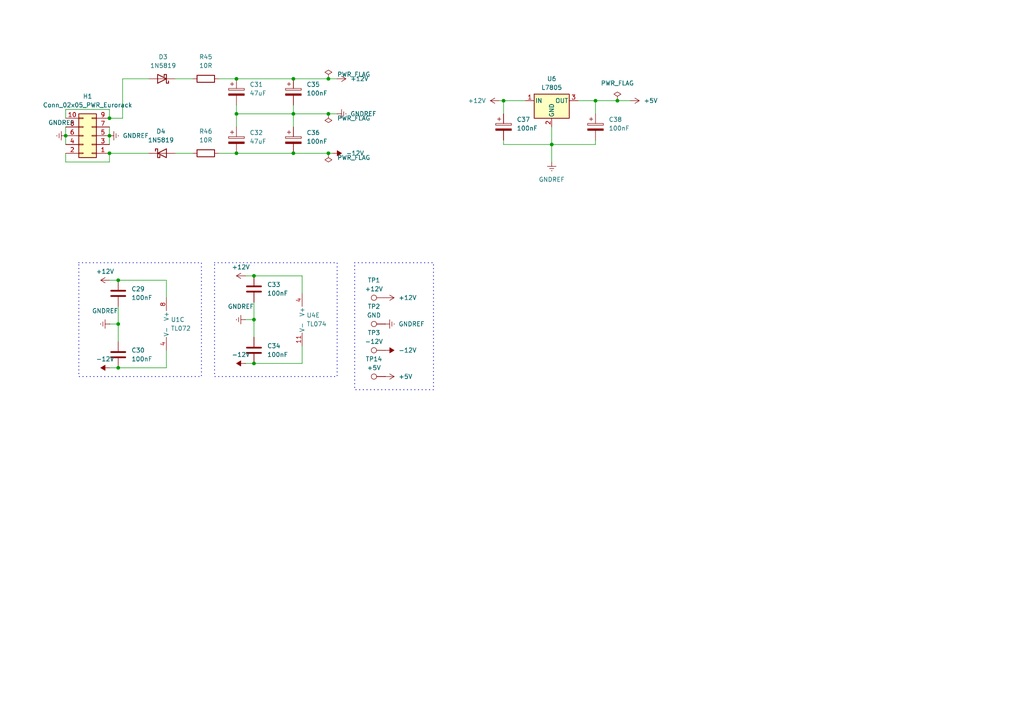
<source format=kicad_sch>
(kicad_sch (version 20231120) (generator "eeschema") (generator_version "8.0")
  (paper "A4")
  (lib_symbols
    (symbol "Amplifier_Operational:TL072" (pin_names (offset 0.127))
      (property "Reference" "U" (at 0 5.08 0))
      (property "Value" "TL072" (at 0 -5.08 0))
      (symbol "TL072_1_1"
        (polyline (pts (xy -5.08 5.08) (xy 5.08 0) (xy -5.08 -5.08) (xy -5.08 5.08)) (stroke (width 0.254)) (fill (type background)))
        (pin output line (at 7.62 0 180) (length 2.54) (name "~") (number "1"))
        (pin input line (at -7.62 -2.54 0) (length 2.54) (name "-") (number "2"))
        (pin input line (at -7.62 2.54 0) (length 2.54) (name "+") (number "3"))
      )
      (symbol "TL072_2_1"
        (polyline (pts (xy -5.08 5.08) (xy 5.08 0) (xy -5.08 -5.08) (xy -5.08 5.08)) (stroke (width 0.254)) (fill (type background)))
        (pin input line (at -7.62 2.54 0) (length 2.54) (name "+") (number "5"))
        (pin input line (at -7.62 -2.54 0) (length 2.54) (name "-") (number "6"))
        (pin output line (at 7.62 0 180) (length 2.54) (name "~") (number "7"))
      )
      (symbol "TL072_3_1"
        (pin power_in line (at -2.54 -7.62 90) (length 3.81) (name "V-") (number "4"))
        (pin power_in line (at -2.54 7.62 270) (length 3.81) (name "V+") (number "8"))
      )
    )
    (symbol "Amplifier_Operational:TL074" (pin_names (offset 0.127))
      (property "Reference" "U" (at 0 5.08 0))
      (property "Value" "TL074" (at 0 -5.08 0))
      (symbol "TL074_1_1"
        (polyline (pts (xy -5.08 5.08) (xy 5.08 0) (xy -5.08 -5.08) (xy -5.08 5.08)) (stroke (width 0.254)) (fill (type background)))
        (pin output line (at 7.62 0 180) (length 2.54) (name "~") (number "1"))
        (pin input line (at -7.62 -2.54 0) (length 2.54) (name "-") (number "2"))
        (pin input line (at -7.62 2.54 0) (length 2.54) (name "+") (number "3"))
      )
      (symbol "TL074_2_1"
        (polyline (pts (xy -5.08 5.08) (xy 5.08 0) (xy -5.08 -5.08) (xy -5.08 5.08)) (stroke (width 0.254)) (fill (type background)))
        (pin input line (at -7.62 2.54 0) (length 2.54) (name "+") (number "5"))
        (pin input line (at -7.62 -2.54 0) (length 2.54) (name "-") (number "6"))
        (pin output line (at 7.62 0 180) (length 2.54) (name "~") (number "7"))
      )
      (symbol "TL074_3_1"
        (polyline (pts (xy -5.08 5.08) (xy 5.08 0) (xy -5.08 -5.08) (xy -5.08 5.08)) (stroke (width 0.254)) (fill (type background)))
        (pin input line (at -7.62 2.54 0) (length 2.54) (name "+") (number "10"))
        (pin output line (at 7.62 0 180) (length 2.54) (name "~") (number "8"))
        (pin input line (at -7.62 -2.54 0) (length 2.54) (name "-") (number "9"))
      )
      (symbol "TL074_4_1"
        (polyline (pts (xy -5.08 5.08) (xy 5.08 0) (xy -5.08 -5.08) (xy -5.08 5.08)) (stroke (width 0.254)) (fill (type background)))
        (pin input line (at -7.62 2.54 0) (length 2.54) (name "+") (number "12"))
        (pin input line (at -7.62 -2.54 0) (length 2.54) (name "-") (number "13"))
        (pin output line (at 7.62 0 180) (length 2.54) (name "~") (number "14"))
      )
      (symbol "TL074_5_1"
        (pin power_in line (at -2.54 -7.62 90) (length 3.81) (name "V-") (number "11"))
        (pin power_in line (at -2.54 7.62 270) (length 3.81) (name "V+") (number "4"))
      )
    )
    (symbol "Connector:TestPoint" (pin_numbers hide) (pin_names (offset 0.762) hide)
      (property "Reference" "TP" (at 0 6.858 0))
      (property "Value" "TestPoint" (at 0 5.08 0))
      (symbol "TestPoint_0_1"
        (circle (center 0 3.302) (radius 0.762))
      )
      (symbol "TestPoint_1_1"
        (pin passive line (at 0 0 90) (length 2.54) (name "1") (number "1"))
      )
    )
    (symbol "Device:C" (pin_numbers hide) (pin_names (offset 0.254))
      (property "Reference" "C" (at 0.635 2.54 0))
      (property "Value" "C" (at 0.635 -2.54 0))
      (symbol "C_0_1"
        (polyline (pts (xy -2.032 -0.762) (xy 2.032 -0.762)) (stroke (width 0.508)))
        (polyline (pts (xy -2.032 0.762) (xy 2.032 0.762)) (stroke (width 0.508)))
      )
      (symbol "C_1_1"
        (pin passive line (at 0 3.81 270) (length 2.794) (name "~") (number "1"))
        (pin passive line (at 0 -3.81 90) (length 2.794) (name "~") (number "2"))
      )
    )
    (symbol "Device:C_Polarized" (pin_numbers hide) (pin_names (offset 0.254))
      (property "Reference" "C" (at 0.635 2.54 0))
      (property "Value" "C_Polarized" (at 0.635 -2.54 0))
      (symbol "C_Polarized_0_1"
        (rectangle (start -2.286 0.508) (end 2.286 1.016))
        (polyline (pts (xy -1.778 2.286) (xy -0.762 2.286)))
        (polyline (pts (xy -1.27 2.794) (xy -1.27 1.778)))
        (rectangle (start 2.286 -0.508) (end -2.286 -1.016) (fill (type outline)))
      )
      (symbol "C_Polarized_1_1"
        (pin passive line (at 0 3.81 270) (length 2.794) (name "~") (number "1"))
        (pin passive line (at 0 -3.81 90) (length 2.794) (name "~") (number "2"))
      )
    )
    (symbol "Device:R" (pin_numbers hide) (pin_names (offset 0))
      (property "Reference" "R" (at 2.032 0 90))
      (property "Value" "R" (at 0 0 90))
      (symbol "R_0_1"
        (rectangle (start -1.016 -2.54) (end 1.016 2.54) (stroke (width 0.254)))
      )
      (symbol "R_1_1"
        (pin passive line (at 0 3.81 270) (length 1.27) (name "~") (number "1"))
        (pin passive line (at 0 -3.81 90) (length 1.27) (name "~") (number "2"))
      )
    )
    (symbol "Diode:1N5817" (pin_numbers hide) (pin_names (offset 1.016) hide)
      (property "Reference" "D" (at 0 2.54 0))
      (property "Value" "1N5817" (at 0 -2.54 0))
      (symbol "1N5817_0_1"
        (polyline (pts (xy 1.27 0) (xy -1.27 0)))
        (polyline (pts (xy 1.27 1.27) (xy 1.27 -1.27) (xy -1.27 0) (xy 1.27 1.27)) (stroke (width 0.254)))
        (polyline (pts (xy -1.905 0.635) (xy -1.905 1.27) (xy -1.27 1.27) (xy -1.27 -1.27) (xy -0.635 -1.27) (xy -0.635 -0.635)) (stroke (width 0.254)))
      )
      (symbol "1N5817_1_1"
        (pin passive line (at -3.81 0 0) (length 2.54) (name "K") (number "1"))
        (pin passive line (at 3.81 0 180) (length 2.54) (name "A") (number "2"))
      )
    )
    (symbol "Regulator_Linear:L7805" (pin_names (offset 0.254))
      (property "Reference" "U" (at -3.81 3.175 0))
      (property "Value" "L7805" (at 0 3.175 0))
      (symbol "L7805_0_1"
        (rectangle (start -5.08 1.905) (end 5.08 -5.08) (stroke (width 0.254)) (fill (type background)))
      )
      (symbol "L7805_1_1"
        (pin power_in line (at -7.62 0 0) (length 2.54) (name "IN") (number "1"))
        (pin power_in line (at 0 -7.62 90) (length 2.54) (name "GND") (number "2"))
        (pin power_out line (at 7.62 0 180) (length 2.54) (name "OUT") (number "3"))
      )
    )
    (symbol "power:+12V" (power) (pin_numbers hide) (pin_names (offset 0) hide)
      (property "Value" "+12V" (at 0 3.556 0))
      (symbol "+12V_0_1"
        (polyline (pts (xy -0.762 1.27) (xy 0 2.54)))
        (polyline (pts (xy 0 0) (xy 0 2.54)))
        (polyline (pts (xy 0 2.54) (xy 0.762 1.27)))
      )
      (symbol "+12V_1_1"
        (pin power_in line (at 0 0 90) (length 0) (name "~") (number "1"))
      )
    )
    (symbol "power:+5V" (power) (pin_numbers hide) (pin_names (offset 0) hide)
      (property "Value" "+5V" (at 0 3.556 0))
      (symbol "+5V_0_1"
        (polyline (pts (xy -0.762 1.27) (xy 0 2.54)))
        (polyline (pts (xy 0 0) (xy 0 2.54)))
        (polyline (pts (xy 0 2.54) (xy 0.762 1.27)))
      )
      (symbol "+5V_1_1"
        (pin power_in line (at 0 0 90) (length 0) (name "~") (number "1"))
      )
    )
    (symbol "power:-12V" (power) (pin_numbers hide) (pin_names (offset 0) hide)
      (property "Value" "-12V" (at 0 3.556 0))
      (symbol "-12V_0_0"
        (pin power_in line (at 0 0 90) (length 0) (name "~") (number "1"))
      )
      (symbol "-12V_0_1"
        (polyline (pts (xy 0 0) (xy 0 1.27) (xy 0.762 1.27) (xy 0 2.54) (xy -0.762 1.27) (xy 0 1.27)) (fill (type outline)))
      )
    )
    (symbol "power:GNDREF" (power) (pin_numbers hide) (pin_names (offset 0) hide)
      (property "Value" "GNDREF" (at 0 -3.81 0))
      (symbol "GNDREF_0_1"
        (polyline (pts (xy -0.635 -1.905) (xy 0.635 -1.905)))
        (polyline (pts (xy -0.127 -2.54) (xy 0.127 -2.54)))
        (polyline (pts (xy 0 -1.27) (xy 0 0)))
        (polyline (pts (xy 1.27 -1.27) (xy -1.27 -1.27)))
      )
      (symbol "GNDREF_1_1"
        (pin power_in line (at 0 0 270) (length 0) (name "~") (number "1"))
      )
    )
    (symbol "power:PWR_FLAG" (power) (pin_numbers hide) (pin_names (offset 0) hide)
      (property "Value" "PWR_FLAG" (at 0 3.81 0))
      (symbol "PWR_FLAG_0_0"
        (pin power_out line (at 0 0 90) (length 0) (name "~") (number "1"))
      )
      (symbol "PWR_FLAG_0_1"
        (polyline (pts (xy 0 0) (xy 0 1.27) (xy -1.016 1.905) (xy 0 2.54) (xy 1.016 1.905) (xy 0 1.27)))
      )
    )
    (symbol "synth:Conn_02x05_EuroRack_Power" (pin_names (offset 1.016) hide)
      (property "Reference" "H13" (at 0 -11.43 0))
      (property "Value" "Conn_02x05_PWR_Eurorack" (at 0 -8.89 0))
      (symbol "Conn_02x05_EuroRack_Power_1_1"
        (rectangle (start -2.54 -4.953) (end -1.27 -5.207) (stroke (width 0.1524)))
        (rectangle (start -2.54 -2.413) (end -1.27 -2.667) (stroke (width 0.1524)))
        (rectangle (start -2.54 0.127) (end -1.27 -0.127) (stroke (width 0.1524)))
        (rectangle (start -2.54 2.667) (end -1.27 2.413) (stroke (width 0.1524)))
        (rectangle (start -2.54 5.207) (end -1.27 4.953) (stroke (width 0.1524)))
        (rectangle (start -2.54 6.35) (end 2.54 -6.35) (stroke (width 0.254)) (fill (type background)))
        (rectangle (start 2.54 -4.953) (end 1.27 -5.207) (stroke (width 0.1524)))
        (rectangle (start 2.54 -2.413) (end 1.27 -2.667) (stroke (width 0.1524)))
        (rectangle (start 2.54 0.127) (end 1.27 -0.127) (stroke (width 0.1524)))
        (rectangle (start 2.54 2.667) (end 1.27 2.413) (stroke (width 0.1524)))
        (rectangle (start 2.54 5.207) (end 1.27 4.953) (stroke (width 0.1524)))
        (pin passive line (at -6.35 5.08 0) (length 3.81) (name "Pin_1") (number "1"))
        (pin passive line (at 6.35 -5.08 180) (length 3.81) (name "Pin_10") (number "10"))
        (pin passive line (at 6.35 5.08 180) (length 3.81) (name "Pin_2") (number "2"))
        (pin passive line (at -6.35 2.54 0) (length 3.81) (name "Pin_3") (number "3"))
        (pin passive line (at 6.35 2.54 180) (length 3.81) (name "Pin_4") (number "4"))
        (pin passive line (at -6.35 0 0) (length 3.81) (name "Pin_5") (number "5"))
        (pin passive line (at 6.35 0 180) (length 3.81) (name "Pin_6") (number "6"))
        (pin passive line (at -6.35 -2.54 0) (length 3.81) (name "Pin_7") (number "7"))
        (pin passive line (at 6.35 -2.54 180) (length 3.81) (name "Pin_8") (number "8"))
        (pin passive line (at -6.35 -5.08 0) (length 3.81) (name "Pin_9") (number "9"))
      )
    )
  )
  (junction (at 95.25 44.45))
  (junction (at 31.75 34.29))
  (junction (at 68.58 44.45))
  (junction (at 34.29 106.68))
  (junction (at 73.66 105.41))
  (junction (at 31.75 39.37))
  (junction (at 95.25 33.02))
  (junction (at 85.09 44.45))
  (junction (at 19.05 39.37))
  (junction (at 160.02 41.91))
  (junction (at 34.29 81.28))
  (junction (at 68.58 22.86))
  (junction (at 85.09 22.86))
  (junction (at 95.25 22.86))
  (junction (at 34.29 93.98))
  (junction (at 146.05 29.21))
  (junction (at 68.58 33.02))
  (junction (at 85.09 33.02))
  (junction (at 179.07 29.21))
  (junction (at 31.75 44.45))
  (junction (at 172.72 29.21))
  (junction (at 73.66 92.71))
  (junction (at 73.66 80.01))
  (wire (pts (xy 172.72 40.64) (xy 172.72 41.91)))
  (wire (pts (xy 71.12 105.41) (xy 73.66 105.41)))
  (wire (pts (xy 85.09 33.02) (xy 85.09 36.83)))
  (wire (pts (xy 19.05 31.75) (xy 19.05 34.29)))
  (wire (pts (xy 35.56 22.86) (xy 43.18 22.86)))
  (wire (pts (xy 48.26 81.28) (xy 48.26 86.36)))
  (wire (pts (xy 19.05 44.45) (xy 19.05 46.99)))
  (wire (pts (xy 31.75 106.68) (xy 34.29 106.68)))
  (wire (pts (xy 95.25 44.45) (xy 96.52 44.45)))
  (wire (pts (xy 34.29 106.68) (xy 48.26 106.68)))
  (wire (pts (xy 31.75 44.45) (xy 43.18 44.45)))
  (wire (pts (xy 63.5 22.86) (xy 68.58 22.86)))
  (wire (pts (xy 85.09 44.45) (xy 95.25 44.45)))
  (wire (pts (xy 73.66 92.71) (xy 73.66 97.79)))
  (wire (pts (xy 68.58 22.86) (xy 85.09 22.86)))
  (wire (pts (xy 34.29 93.98) (xy 34.29 99.06)))
  (wire (pts (xy 34.29 88.9) (xy 34.29 93.98)))
  (wire (pts (xy 31.75 31.75) (xy 19.05 31.75)))
  (wire (pts (xy 19.05 36.83) (xy 19.05 39.37)))
  (wire (pts (xy 68.58 30.48) (xy 68.58 33.02)))
  (wire (pts (xy 85.09 30.48) (xy 85.09 33.02)))
  (wire (pts (xy 146.05 41.91) (xy 146.05 40.64)))
  (wire (pts (xy 85.09 33.02) (xy 95.25 33.02)))
  (wire (pts (xy 35.56 22.86) (xy 35.56 34.29)))
  (wire (pts (xy 68.58 33.02) (xy 85.09 33.02)))
  (wire (pts (xy 73.66 92.71) (xy 71.12 92.71)))
  (wire (pts (xy 63.5 44.45) (xy 68.58 44.45)))
  (wire (pts (xy 73.66 87.63) (xy 73.66 92.71)))
  (wire (pts (xy 95.25 33.02) (xy 97.79 33.02)))
  (wire (pts (xy 146.05 29.21) (xy 152.4 29.21)))
  (wire (pts (xy 172.72 29.21) (xy 167.64 29.21)))
  (wire (pts (xy 179.07 29.21) (xy 182.88 29.21)))
  (wire (pts (xy 31.75 36.83) (xy 31.75 39.37)))
  (wire (pts (xy 160.02 36.83) (xy 160.02 41.91)))
  (wire (pts (xy 19.05 46.99) (xy 31.75 46.99)))
  (wire (pts (xy 179.07 29.21) (xy 172.72 29.21)))
  (wire (pts (xy 95.25 22.86) (xy 97.79 22.86)))
  (wire (pts (xy 31.75 81.28) (xy 34.29 81.28)))
  (wire (pts (xy 85.09 22.86) (xy 95.25 22.86)))
  (wire (pts (xy 160.02 46.99) (xy 160.02 41.91)))
  (wire (pts (xy 34.29 81.28) (xy 48.26 81.28)))
  (wire (pts (xy 71.12 80.01) (xy 73.66 80.01)))
  (wire (pts (xy 144.78 29.21) (xy 146.05 29.21)))
  (wire (pts (xy 31.75 46.99) (xy 31.75 44.45)))
  (wire (pts (xy 172.72 33.02) (xy 172.72 29.21)))
  (wire (pts (xy 31.75 34.29) (xy 31.75 31.75)))
  (wire (pts (xy 34.29 93.98) (xy 31.75 93.98)))
  (wire (pts (xy 87.63 100.33) (xy 87.63 105.41)))
  (wire (pts (xy 50.8 44.45) (xy 55.88 44.45)))
  (wire (pts (xy 146.05 41.91) (xy 160.02 41.91)))
  (wire (pts (xy 50.8 22.86) (xy 55.88 22.86)))
  (wire (pts (xy 35.56 34.29) (xy 31.75 34.29)))
  (wire (pts (xy 68.58 33.02) (xy 68.58 36.83)))
  (wire (pts (xy 160.02 41.91) (xy 172.72 41.91)))
  (wire (pts (xy 73.66 80.01) (xy 87.63 80.01)))
  (wire (pts (xy 73.66 105.41) (xy 87.63 105.41)))
  (wire (pts (xy 19.05 39.37) (xy 19.05 41.91)))
  (wire (pts (xy 87.63 80.01) (xy 87.63 85.09)))
  (wire (pts (xy 68.58 44.45) (xy 85.09 44.45)))
  (wire (pts (xy 48.26 101.6) (xy 48.26 106.68)))
  (wire (pts (xy 146.05 33.02) (xy 146.05 29.21)))
  (wire (pts (xy 31.75 39.37) (xy 31.75 41.91)))
  (rectangle (start 102.87 76.2) (end 125.73 113.03) (stroke (width 0.254) (type dot)))
  (rectangle (start 22.86 76.2) (end 58.42 109.22) (stroke (width 0.25) (type dot)))
  (rectangle (start 62.23 76.2) (end 97.79 109.22) (stroke (width 0.25) (type dot)))
  (symbol (lib_id "power:PWR_FLAG") (at 179.07 29.21 0) (unit 1)
    (property "Reference" "#FLG04" (effects (hide yes)))
    (property "Value" "PWR_FLAG" (at 179.07 24.13 0))
    (property "Description" "Special symbol for telling ERC where power comes from" (effects (hide yes)))
  )
  (symbol (lib_id "Device:C_Polarized") (at 68.58 26.67 0) (unit 1)
    (property "Reference" "C31" (at 72.39 24.5109 0) (effects (justify left)))
    (property "Value" "47uF" (at 72.39 27.0509 0) (effects (justify left)))
    (property "Footprint" "Capacitor_THT:CP_Radial_D6.3mm_P2.50mm" (effects (hide yes)))
    (property "Description" "Polarized capacitor" (effects (hide yes)))
  )
  (symbol (lib_id "Device:C") (at 34.29 102.87 0) (unit 1)
    (property "Reference" "C30" (at 38.1 101.5999 0) (effects (justify left)))
    (property "Value" "100nF" (at 38.1 104.1399 0) (effects (justify left)))
    (property "Footprint" "Capacitor_SMD:C_0805_2012Metric_Pad1.18x1.45mm_HandSolder" (effects (hide yes)))
    (property "Description" "Unpolarized capacitor" (effects (hide yes)))
  )
  (symbol (lib_id "power:-12V") (at 96.52 44.45 270) (unit 1)
    (property "Reference" "#PWR042" (effects (hide yes)))
    (property "Value" "-12V" (at 100.33 44.4499 90) (effects (justify left)))
    (property "Description" "Power symbol creates a global label with name \"-12V\"" (effects (hide yes)))
  )
  (symbol (lib_id "power:PWR_FLAG") (at 95.25 33.02 180) (unit 1) (exclude_from_sim yes) (in_bom no)
    (property "Reference" "#FLG02" (effects (hide yes)))
    (property "Value" "PWR_FLAG" (at 97.79 34.2899 0) (effects (justify right)))
    (property "Description" "Special symbol for telling ERC where power comes from" (effects (hide yes)))
  )
  (symbol (lib_id "power:+12V") (at 97.79 22.86 270) (unit 1)
    (property "Reference" "#PWR043" (effects (hide yes)))
    (property "Value" "+12V" (at 101.6 22.8599 90) (effects (justify left)))
    (property "Description" "Power symbol creates a global label with name \"+12V\"" (effects (hide yes)))
  )
  (symbol (lib_id "power:-12V") (at 31.75 106.68 90) (unit 1)
    (property "Reference" "#PWR038" (effects (hide yes)))
    (property "Value" "-12V" (at 30.48 104.14 90))
    (property "Description" "Power symbol creates a global label with name \"-12V\"" (effects (hide yes)))
  )
  (symbol (lib_id "synth:Conn_02x05_EuroRack_Power") (at 25.4 39.37 180) (unit 1)
    (property "Reference" "H1" (at 25.4 27.94 0))
    (property "Value" "Conn_02x05_PWR_Eurorack" (at 25.4 30.48 0))
    (property "Footprint" "Synth:IDC-Header_2x05_P2.54mm_Vertical" (effects (hide yes)))
  )
  (symbol (lib_id "power:-12V") (at 71.12 105.41 90) (unit 1)
    (property "Reference" "#PWR041" (effects (hide yes)))
    (property "Value" "-12V" (at 69.85 102.87 90))
    (property "Description" "Power symbol creates a global label with name \"-12V\"" (effects (hide yes)))
  )
  (symbol (lib_id "power:+12V") (at 71.12 80.01 90) (unit 1)
    (property "Reference" "#PWR039" (effects (hide yes)))
    (property "Value" "+12V" (at 69.85 77.47 90))
    (property "Description" "Power symbol creates a global label with name \"+12V\"" (effects (hide yes)))
  )
  (symbol (lib_id "Device:C_Polarized") (at 172.72 36.83 0) (unit 1)
    (property "Reference" "C38" (at 176.53 34.6709 0) (effects (justify left)))
    (property "Value" "100nF" (at 176.53 37.2109 0) (effects (justify left)))
    (property "Footprint" "Capacitor_THT:CP_Radial_D4.0mm_P2.00mm" (effects (hide yes)))
    (property "Description" "Polarized capacitor" (effects (hide yes)))
  )
  (symbol (lib_id "power:GNDREF") (at 71.12 92.71 270) (unit 1)
    (property "Reference" "#PWR040" (effects (hide yes)))
    (property "Value" "GNDREF" (at 69.85 88.9 90))
    (property "Description" "Power symbol creates a global label with name \"GNDREF\" , reference supply ground" (effects (hide yes)))
  )
  (symbol (lib_id "Regulator_Linear:L7805") (at 160.02 29.21 0) (unit 1)
    (property "Reference" "U6" (at 160.02 22.86 0))
    (property "Value" "L7805" (at 160.02 25.4 0))
    (property "Footprint" "Package_TO_SOT_SMD:SOT-89-3_Handsoldering" (effects (hide yes)))
    (property "Datasheet" "http://www.st.com/content/ccc/resource/technical/document/datasheet/41/4f/b3/b0/12/d4/47/88/CD00000444.pdf/files/CD00000444.pdf/jcr:content/translations/en.CD00000444.pdf" (effects (hide yes)))
    (property "Description" "Positive 1.5A 35V Linear Regulator, Fixed Output 5V, TO-220/TO-263/TO-252" (effects (hide yes)))
  )
  (symbol (lib_id "power:+12V") (at 111.76 86.36 270) (unit 1)
    (property "Reference" "#PWR045" (effects (hide yes)))
    (property "Value" "+12V" (at 115.57 86.3599 90) (effects (justify left)))
    (property "Description" "Power symbol creates a global label with name \"+12V\"" (effects (hide yes)))
  )
  (symbol (lib_id "Device:C") (at 34.29 85.09 0) (unit 1)
    (property "Reference" "C29" (at 38.1 83.8199 0) (effects (justify left)))
    (property "Value" "100nF" (at 38.1 86.3599 0) (effects (justify left)))
    (property "Footprint" "Capacitor_SMD:C_0805_2012Metric_Pad1.18x1.45mm_HandSolder" (effects (hide yes)))
    (property "Description" "Unpolarized capacitor" (effects (hide yes)))
  )
  (symbol (lib_id "power:-12V") (at 111.76 101.6 270) (unit 1)
    (property "Reference" "#PWR047" (effects (hide yes)))
    (property "Value" "-12V" (at 115.57 101.5999 90) (effects (justify left)))
    (property "Description" "Power symbol creates a global label with name \"-12V\"" (effects (hide yes)))
  )
  (symbol (lib_id "power:GNDREF") (at 31.75 93.98 270) (unit 1)
    (property "Reference" "#PWR037" (effects (hide yes)))
    (property "Value" "GNDREF" (at 30.48 90.17 90))
    (property "Description" "Power symbol creates a global label with name \"GNDREF\" , reference supply ground" (effects (hide yes)))
  )
  (symbol (lib_id "power:GNDREF") (at 19.05 39.37 270) (unit 1)
    (property "Reference" "#PWR034" (effects (hide yes)))
    (property "Value" "GNDREF" (at 17.78 35.56 90))
    (property "Description" "Power symbol creates a global label with name \"GNDREF\" , reference supply ground" (effects (hide yes)))
  )
  (symbol (lib_id "Connector:TestPoint") (at 111.76 101.6 90) (unit 1) (in_bom no)
    (property "Reference" "TP3" (at 108.458 96.52 90))
    (property "Value" "-12V" (at 108.458 99.06 90))
    (property "Footprint" "Connector_Pin:Pin_D1.0mm_L10.0mm" (effects (hide yes)))
    (property "Description" "test point" (effects (hide yes)))
  )
  (symbol (lib_id "Device:C") (at 73.66 101.6 0) (unit 1)
    (property "Reference" "C34" (at 77.47 100.3299 0) (effects (justify left)))
    (property "Value" "100nF" (at 77.47 102.8699 0) (effects (justify left)))
    (property "Footprint" "Capacitor_SMD:C_0805_2012Metric_Pad1.18x1.45mm_HandSolder" (effects (hide yes)))
    (property "Description" "Unpolarized capacitor" (effects (hide yes)))
  )
  (symbol (lib_id "power:GNDREF") (at 97.79 33.02 90) (unit 1)
    (property "Reference" "#PWR044" (effects (hide yes)))
    (property "Value" "GNDREF" (at 101.6 33.0199 90) (effects (justify right)))
    (property "Description" "Power symbol creates a global label with name \"GNDREF\" , reference supply ground" (effects (hide yes)))
  )
  (symbol (lib_id "power:PWR_FLAG") (at 95.25 22.86 0) (unit 1) (exclude_from_sim yes) (in_bom no)
    (property "Reference" "#FLG01" (effects (hide yes)))
    (property "Value" "PWR_FLAG" (at 97.79 21.5899 0) (effects (justify left)))
    (property "Description" "Special symbol for telling ERC where power comes from" (effects (hide yes)))
  )
  (symbol (lib_id "Amplifier_Operational:TL074") (at 90.17 92.71 0) (unit 5)
    (property "Reference" "U4" (at 88.9 91.4399 0) (effects (justify left)))
    (property "Value" "TL074" (at 88.9 93.9799 0) (effects (justify left)))
    (property "Footprint" "Synth:SOIC-14" (effects (hide yes)))
    (property "Datasheet" "http://www.ti.com/lit/ds/symlink/tl071.pdf" (effects (hide yes)))
    (property "Description" "Quad Low-Noise JFET-Input Operational Amplifiers, DIP-14/SOIC-14" (effects (hide yes)))
  )
  (symbol (lib_id "Connector:TestPoint") (at 111.76 109.22 90) (unit 1) (in_bom no)
    (property "Reference" "TP14" (at 108.458 104.14 90))
    (property "Value" "+5V" (at 108.458 106.68 90))
    (property "Footprint" "Connector_Pin:Pin_D1.0mm_L10.0mm" (effects (hide yes)))
    (property "Description" "test point" (effects (hide yes)))
  )
  (symbol (lib_id "Device:C_Polarized") (at 85.09 40.64 0) (unit 1)
    (property "Reference" "C36" (at 88.9 38.4809 0) (effects (justify left)))
    (property "Value" "100nF" (at 88.9 41.0209 0) (effects (justify left)))
    (property "Footprint" "Capacitor_THT:CP_Radial_D4.0mm_P2.00mm" (effects (hide yes)))
    (property "Description" "Polarized capacitor" (effects (hide yes)))
  )
  (symbol (lib_id "Connector:TestPoint") (at 111.76 93.98 90) (unit 1) (in_bom no)
    (property "Reference" "TP2" (at 108.458 88.9 90))
    (property "Value" "GND" (at 108.458 91.44 90))
    (property "Footprint" "Connector_Pin:Pin_D1.0mm_L10.0mm" (effects (hide yes)))
    (property "Description" "test point" (effects (hide yes)))
  )
  (symbol (lib_id "power:GNDREF") (at 31.75 39.37 90) (unit 1)
    (property "Reference" "#PWR035" (effects (hide yes)))
    (property "Value" "GNDREF" (at 35.56 39.3699 90) (effects (justify right)))
    (property "Description" "Power symbol creates a global label with name \"GNDREF\" , reference supply ground" (effects (hide yes)))
  )
  (symbol (lib_id "power:+5V") (at 111.76 109.22 270) (unit 1)
    (property "Reference" "#PWR067" (effects (hide yes)))
    (property "Value" "+5V" (at 115.57 109.2199 90) (effects (justify left)))
    (property "Description" "Power symbol creates a global label with name \"+5V\"" (effects (hide yes)))
  )
  (symbol (lib_id "Device:C_Polarized") (at 68.58 40.64 0) (unit 1)
    (property "Reference" "C32" (at 72.39 38.4809 0) (effects (justify left)))
    (property "Value" "47uF" (at 72.39 41.0209 0) (effects (justify left)))
    (property "Footprint" "Capacitor_THT:CP_Radial_D6.3mm_P2.50mm" (effects (hide yes)))
    (property "Description" "Polarized capacitor" (effects (hide yes)))
  )
  (symbol (lib_id "power:+12V") (at 31.75 81.28 90) (unit 1)
    (property "Reference" "#PWR036" (effects (hide yes)))
    (property "Value" "+12V" (at 30.48 78.74 90))
    (property "Description" "Power symbol creates a global label with name \"+12V\"" (effects (hide yes)))
  )
  (symbol (lib_id "Device:C") (at 73.66 83.82 0) (unit 1)
    (property "Reference" "C33" (at 77.47 82.5499 0) (effects (justify left)))
    (property "Value" "100nF" (at 77.47 85.0899 0) (effects (justify left)))
    (property "Footprint" "Capacitor_SMD:C_0805_2012Metric_Pad1.18x1.45mm_HandSolder" (effects (hide yes)))
    (property "Description" "Unpolarized capacitor" (effects (hide yes)))
  )
  (symbol (lib_id "power:+12V") (at 144.78 29.21 90) (unit 1)
    (property "Reference" "#PWR048" (effects (hide yes)))
    (property "Value" "+12V" (at 140.97 29.2099 90) (effects (justify left)))
    (property "Description" "Power symbol creates a global label with name \"+12V\"" (effects (hide yes)))
  )
  (symbol (lib_id "Device:C_Polarized") (at 85.09 26.67 0) (unit 1)
    (property "Reference" "C35" (at 88.9 24.5109 0) (effects (justify left)))
    (property "Value" "100nF" (at 88.9 27.0509 0) (effects (justify left)))
    (property "Footprint" "Capacitor_THT:CP_Radial_D4.0mm_P2.00mm" (effects (hide yes)))
    (property "Description" "Polarized capacitor" (effects (hide yes)))
  )
  (symbol (lib_id "power:+5V") (at 182.88 29.21 270) (unit 1)
    (property "Reference" "#PWR050" (effects (hide yes)))
    (property "Value" "+5V" (at 186.69 29.2099 90) (effects (justify left)))
    (property "Description" "Power symbol creates a global label with name \"+5V\"" (effects (hide yes)))
  )
  (symbol (lib_id "Diode:1N5817") (at 46.99 22.86 180) (unit 1)
    (property "Reference" "D3" (at 47.3075 16.51 0))
    (property "Value" "1N5819" (at 47.3075 19.05 0))
    (property "Footprint" "Diode_SMD:D_SOD-123" (effects (hide yes)))
    (property "Datasheet" "http://www.vishay.com/docs/88525/1n5817.pdf" (effects (hide yes)))
    (property "Description" "20V 1A Schottky Barrier Rectifier Diode, DO-41" (effects (hide yes)))
  )
  (symbol (lib_id "Device:C_Polarized") (at 146.05 36.83 0) (unit 1)
    (property "Reference" "C37" (at 149.86 34.6709 0) (effects (justify left)))
    (property "Value" "100nF" (at 149.86 37.2109 0) (effects (justify left)))
    (property "Footprint" "Capacitor_THT:CP_Radial_D4.0mm_P2.00mm" (effects (hide yes)))
    (property "Description" "Polarized capacitor" (effects (hide yes)))
  )
  (symbol (lib_id "power:PWR_FLAG") (at 95.25 44.45 180) (unit 1) (exclude_from_sim yes) (in_bom no)
    (property "Reference" "#FLG03" (effects (hide yes)))
    (property "Value" "PWR_FLAG" (at 97.79 45.7199 0) (effects (justify right)))
    (property "Description" "Special symbol for telling ERC where power comes from" (effects (hide yes)))
  )
  (symbol (lib_id "power:GNDREF") (at 160.02 46.99 0) (unit 1)
    (property "Reference" "#PWR049" (effects (hide yes)))
    (property "Value" "GNDREF" (at 160.02 52.07 0))
    (property "Description" "Power symbol creates a global label with name \"GNDREF\" , reference supply ground" (effects (hide yes)))
  )
  (symbol (lib_id "Diode:1N5817") (at 46.99 44.45 0) (unit 1)
    (property "Reference" "D4" (at 46.6725 38.1 0))
    (property "Value" "1N5819" (at 46.6725 40.64 0))
    (property "Footprint" "Diode_SMD:D_SOD-123" (effects (hide yes)))
    (property "Datasheet" "http://www.vishay.com/docs/88525/1n5817.pdf" (effects (hide yes)))
    (property "Description" "20V 1A Schottky Barrier Rectifier Diode, DO-41" (effects (hide yes)))
  )
  (symbol (lib_id "power:GNDREF") (at 111.76 93.98 90) (unit 1)
    (property "Reference" "#PWR046" (effects (hide yes)))
    (property "Value" "GNDREF" (at 115.57 93.9799 90) (effects (justify right)))
    (property "Description" "Power symbol creates a global label with name \"GNDREF\" , reference supply ground" (effects (hide yes)))
  )
  (symbol (lib_id "Device:R") (at 59.69 22.86 90) (unit 1)
    (property "Reference" "R45" (at 59.69 16.51 90))
    (property "Value" "10R" (at 59.69 19.05 90))
    (property "Footprint" "Resistor_SMD:R_0805_2012Metric_Pad1.20x1.40mm_HandSolder" (effects (hide yes)))
    (property "Description" "Resistor" (effects (hide yes)))
  )
  (symbol (lib_id "Device:R") (at 59.69 44.45 90) (unit 1)
    (property "Reference" "R46" (at 59.69 38.1 90))
    (property "Value" "10R" (at 59.69 40.64 90))
    (property "Footprint" "Resistor_SMD:R_0805_2012Metric_Pad1.20x1.40mm_HandSolder" (effects (hide yes)))
    (property "Description" "Resistor" (effects (hide yes)))
  )
  (symbol (lib_id "Amplifier_Operational:TL072") (at 50.8 93.98 0) (unit 3)
    (property "Reference" "U1" (at 49.53 92.7099 0) (effects (justify left)))
    (property "Value" "TL072" (at 49.53 95.2499 0) (effects (justify left)))
    (property "Footprint" "Synth:SOIC-8" (effects (hide yes)))
    (property "Datasheet" "http://www.ti.com/lit/ds/symlink/tl071.pdf" (effects (hide yes)))
    (property "Description" "Dual Low-Noise JFET-Input Operational Amplifiers, DIP-8/SOIC-8" (effects (hide yes)))
  )
  (symbol (lib_id "Connector:TestPoint") (at 111.76 86.36 90) (unit 1) (in_bom no)
    (property "Reference" "TP1" (at 108.458 81.28 90))
    (property "Value" "+12V" (at 108.458 83.82 90))
    (property "Footprint" "Connector_Pin:Pin_D1.0mm_L10.0mm" (effects (hide yes)))
    (property "Description" "test point" (effects (hide yes)))
  )
)
</source>
